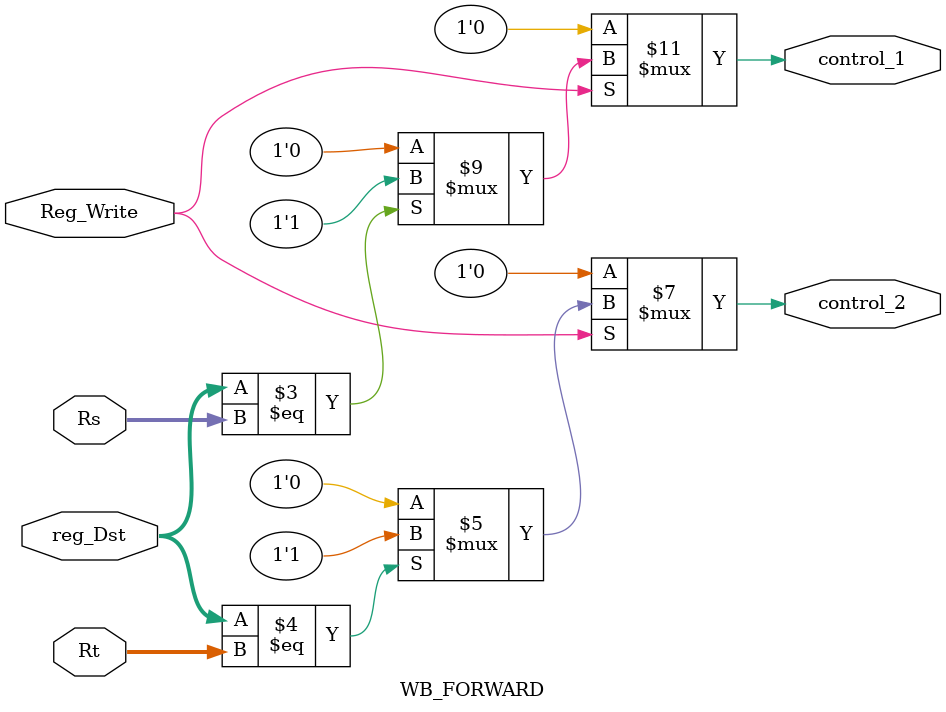
<source format=v>
`timescale 1ns / 1ps

module WB_FORWARD(      input Reg_Write, 
                        input [4:0] reg_Dst, 
                        input [4:0] Rs, 
                        input [4:0] Rt, 
                        output reg control_1, 
                        output reg control_2
                        );
    
    always @* begin
        control_1 <= 1'b0; 
        control_2 <= 1'b0;
        if(Reg_Write == 1'b1)begin
            if(reg_Dst == Rs)begin
                control_1 <= 1'b1;
            end
            if(reg_Dst == Rt)begin
                control_2 <= 1'b1;
            end
        end
    end
endmodule

</source>
